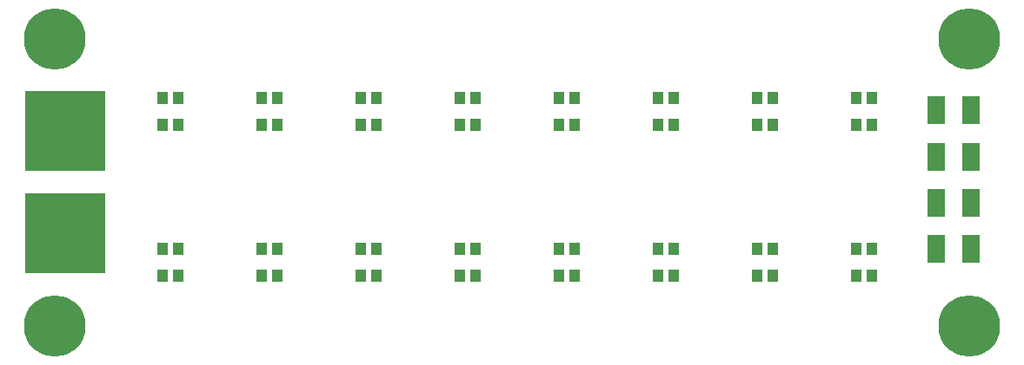
<source format=gts>
G04*
G04 #@! TF.GenerationSoftware,Altium Limited,Altium Designer,19.0.15 (446)*
G04*
G04 Layer_Color=8388736*
%FSLAX25Y25*%
%MOIN*%
G70*
G01*
G75*
%ADD14R,0.03937X0.05118*%
%ADD15R,0.03950X0.05131*%
%ADD16R,0.06800X0.10800*%
%ADD17C,0.23622*%
%ADD18R,0.30800X0.30800*%
D14*
X247047Y34882D02*
D03*
X252953Y45118D02*
D03*
X328953Y103118D02*
D03*
X323047Y92882D02*
D03*
X290953Y103118D02*
D03*
X285047Y92882D02*
D03*
X57047D02*
D03*
X62953Y103118D02*
D03*
X95047Y92882D02*
D03*
X100953Y103118D02*
D03*
X252953D02*
D03*
X247047Y92882D02*
D03*
X214953Y103118D02*
D03*
X209047Y92882D02*
D03*
X176953Y103118D02*
D03*
X171047Y92882D02*
D03*
X138953Y103118D02*
D03*
X133047Y92882D02*
D03*
X328953Y45118D02*
D03*
X323047Y34882D02*
D03*
X290953Y45118D02*
D03*
X285047Y34882D02*
D03*
X57047D02*
D03*
X62953Y45118D02*
D03*
X95047Y34882D02*
D03*
X100953Y45118D02*
D03*
X214953D02*
D03*
X209047Y34882D02*
D03*
X176953Y45118D02*
D03*
X171047Y34882D02*
D03*
X138953Y45118D02*
D03*
X133047Y34882D02*
D03*
D15*
X247047Y45118D02*
D03*
X252953Y34882D02*
D03*
X328953Y92882D02*
D03*
X323047Y103118D02*
D03*
X290953Y92882D02*
D03*
X285047Y103118D02*
D03*
X57047D02*
D03*
X62953Y92882D02*
D03*
X95047Y103118D02*
D03*
X100953Y92882D02*
D03*
X252953D02*
D03*
X247047Y103118D02*
D03*
X214953Y92882D02*
D03*
X209047Y103118D02*
D03*
X176953Y92882D02*
D03*
X171047Y103118D02*
D03*
X138953Y92882D02*
D03*
X133047Y103118D02*
D03*
X328953Y34882D02*
D03*
X323047Y45118D02*
D03*
X290953Y34882D02*
D03*
X285047Y45118D02*
D03*
X57047D02*
D03*
X62953Y34882D02*
D03*
X95047Y45118D02*
D03*
X100953Y34882D02*
D03*
X214953D02*
D03*
X209047Y45118D02*
D03*
X176953Y34882D02*
D03*
X171047Y45118D02*
D03*
X138953Y34882D02*
D03*
X133047Y45118D02*
D03*
D16*
X353486Y45276D02*
D03*
X366986D02*
D03*
Y62992D02*
D03*
X353486D02*
D03*
X366986Y80709D02*
D03*
X353486D02*
D03*
X366986Y98425D02*
D03*
X353486D02*
D03*
D17*
X366142Y15748D02*
D03*
Y125984D02*
D03*
X15748D02*
D03*
Y15748D02*
D03*
D18*
X19685Y51181D02*
D03*
Y90551D02*
D03*
M02*

</source>
